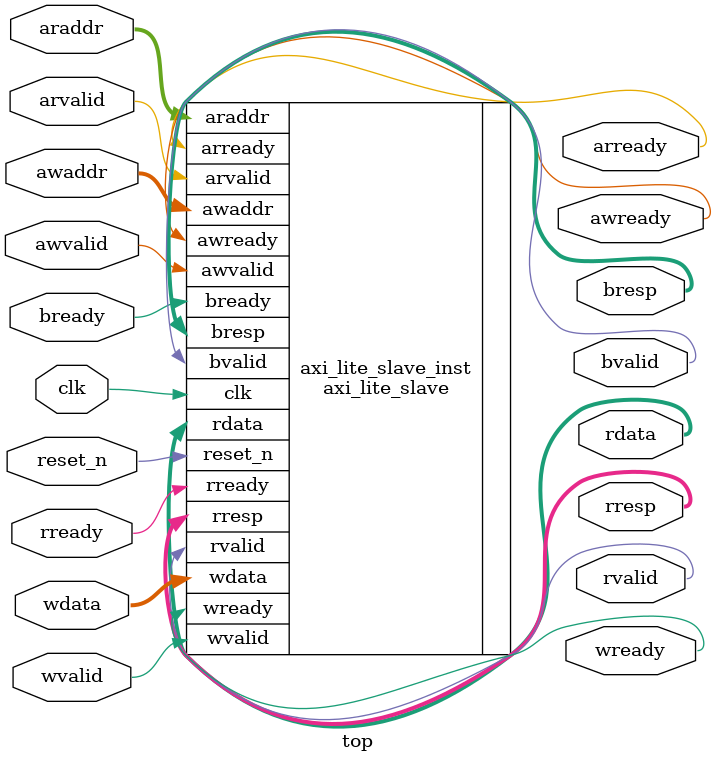
<source format=v>
`resetall
`timescale 10ns / 1ps
`default_nettype none

module top
(
    input clk,
    input reset_n,
    // AXI-Lite 寫通道
    input [31:0] awaddr,
    input awvalid,
    output reg awready,
    input [31:0] wdata,
    input wvalid,
    output reg wready,
    output reg [1:0] bresp,
    output reg bvalid,
    input bready,
    // AXI-Lite 讀通道
    input [31:0] araddr,
    input arvalid,
    output reg arready,
    output reg [31:0] rdata,
    output reg [1:0] rresp,
    output reg rvalid,
    input rready
);

axi_lite_slave axi_lite_slave_inst (
	.clk(clk),
	.reset_n(reset_n),
    .awaddr(awaddr),
    .awvalid(awvalid),
    .awready(awready),
    .wdata(wdata),
    .wvalid(wvalid),
    .wready(wready),
    .bresp(bresp),
    .bvalid(bvalid),
    .bready(bready),
    // AXI-Lite 讀通道
    .araddr(araddr),
    .arvalid(arvalid),
    .arready(arready),
    .rdata(rdata),
    .rresp(rresp),
    .rvalid(rvalid),
    .rready(rready)
);

endmodule

</source>
